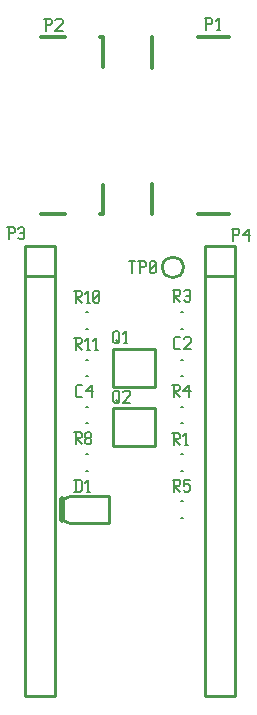
<source format=gbr>
G04 start of page 8 for group -4079 idx -4079 *
G04 Title: (unknown), topsilk *
G04 Creator: pcb 1.99z *
G04 CreationDate: Sat 25 Jun 2011 09:43:41 PM GMT UTC *
G04 For: russ *
G04 Format: Gerber/RS-274X *
G04 PCB-Dimensions: 86614 228346 *
G04 PCB-Coordinate-Origin: lower left *
%MOIN*%
%FSLAX25Y25*%
%LNTOPSILK*%
%ADD62C,0.0070*%
%ADD61C,0.0200*%
%ADD60C,0.0118*%
%ADD59C,0.0118*%
%ADD58C,0.0100*%
%ADD57C,0.0080*%
G54D57*X27169Y128716D02*X27955D01*
X27169Y123206D02*X27955D01*
G54D58*X52602Y143701D02*G75*G03X52602Y143701I3500J0D01*G01*
G54D59*X64567Y220472D02*X74803D01*
X49212D02*Y210235D01*
Y171653D02*Y161417D01*
X64567D02*X74803D01*
G54D60*X12204Y220471D02*X20078D01*
X12204Y161416D02*X20078D01*
X32952Y220471D02*Y210629D01*
X31889Y220471D02*X32952D01*
X31889Y161416D02*X32952D01*
Y171259D02*Y161416D01*
G54D57*X58665Y91710D02*X59451D01*
X58665Y97220D02*X59451D01*
X58665Y123206D02*X59451D01*
X58665Y128716D02*X59451D01*
X58665Y107458D02*X59451D01*
X58665Y112968D02*X59451D01*
G54D58*X36147Y116613D02*X50047D01*
X36147D02*Y103813D01*
X50047D01*
Y116613D02*Y103813D01*
X66811Y150669D02*Y669D01*
X76811D01*
Y150669D01*
X66811D01*
Y140669D02*X76811D01*
Y150669D01*
X36147Y96928D02*X50047D01*
X36147D02*Y84128D01*
X50047D01*
Y96928D02*Y84128D01*
G54D57*X58665Y75962D02*X59451D01*
X58665Y81472D02*X59451D01*
X58665Y65724D02*X59451D01*
X58665Y60214D02*X59451D01*
X27169Y81472D02*X27955D01*
X27169Y75962D02*X27955D01*
G54D61*X19262Y66469D02*Y59469D01*
G54D58*X21762Y58469D01*
X34862D01*
Y67469D02*Y58469D01*
X21762Y67469D02*X34862D01*
X21762D02*X19262Y66469D01*
X6811Y150669D02*Y669D01*
X16811D01*
Y150669D01*
X6811D01*
Y140669D02*X16811D01*
Y150669D01*
G54D57*X27169Y97220D02*X27955D01*
X27169Y91710D02*X27955D01*
X27169Y112968D02*X27955D01*
X27169Y107458D02*X27955D01*
G54D62*X23138Y135828D02*X25138D01*
X25638Y135328D01*
Y134328D01*
X25138Y133828D02*X25638Y134328D01*
X23638Y133828D02*X25138D01*
X23638Y135828D02*Y131828D01*
Y133828D02*X25638Y131828D01*
X27339D02*X28339D01*
X27839Y135828D02*Y131828D01*
X26839Y134828D02*X27839Y135828D01*
X29540Y132328D02*X30040Y131828D01*
X29540Y135328D02*Y132328D01*
Y135328D02*X30040Y135828D01*
X31040D01*
X31540Y135328D01*
Y132328D01*
X31040Y131828D02*X31540Y132328D01*
X30040Y131828D02*X31040D01*
X29540Y132828D02*X31540Y134828D01*
X1367Y157093D02*Y153093D01*
X867Y157093D02*X2867D01*
X3367Y156593D01*
Y155593D01*
X2867Y155093D02*X3367Y155593D01*
X1367Y155093D02*X2867D01*
X4568Y156593D02*X5068Y157093D01*
X6068D01*
X6568Y156593D01*
Y153593D01*
X6068Y153093D02*X6568Y153593D01*
X5068Y153093D02*X6068D01*
X4568Y153593D02*X5068Y153093D01*
Y155093D02*X6568D01*
X76213Y156655D02*Y152655D01*
X75713Y156655D02*X77713D01*
X78213Y156155D01*
Y155155D01*
X77713Y154655D02*X78213Y155155D01*
X76213Y154655D02*X77713D01*
X79414D02*X81414Y156655D01*
X79414Y154655D02*X81914D01*
X81414Y156655D02*Y152655D01*
X41417Y145701D02*X43417D01*
X42417D02*Y141701D01*
X45118Y145701D02*Y141701D01*
X44618Y145701D02*X46618D01*
X47118Y145201D01*
Y144201D01*
X46618Y143701D02*X47118Y144201D01*
X45118Y143701D02*X46618D01*
X48319Y142201D02*X48819Y141701D01*
X48319Y145201D02*Y142201D01*
Y145201D02*X48819Y145701D01*
X49819D01*
X50319Y145201D01*
Y142201D01*
X49819Y141701D02*X50319Y142201D01*
X48819Y141701D02*X49819D01*
X48319Y142701D02*X50319Y144701D01*
X67230Y226716D02*Y222716D01*
X66730Y226716D02*X68730D01*
X69230Y226216D01*
Y225216D01*
X68730Y224716D02*X69230Y225216D01*
X67230Y224716D02*X68730D01*
X70931Y222716D02*X71931D01*
X71431Y226716D02*Y222716D01*
X70431Y225716D02*X71431Y226716D01*
X13690Y226637D02*Y222637D01*
X13190Y226637D02*X15190D01*
X15690Y226137D01*
Y225137D01*
X15190Y224637D02*X15690Y225137D01*
X13690Y224637D02*X15190D01*
X16891Y226137D02*X17391Y226637D01*
X18891D01*
X19391Y226137D01*
Y225137D01*
X16891Y222637D02*X19391Y225137D01*
X16891Y222637D02*X19391D01*
X55837Y104498D02*X57837D01*
X58337Y103998D01*
Y102998D01*
X57837Y102498D02*X58337Y102998D01*
X56337Y102498D02*X57837D01*
X56337Y104498D02*Y100498D01*
Y102498D02*X58337Y100498D01*
X59538Y102498D02*X61538Y104498D01*
X59538Y102498D02*X62038D01*
X61538Y104498D02*Y100498D01*
X56105Y136222D02*X58105D01*
X58605Y135722D01*
Y134722D01*
X58105Y134222D02*X58605Y134722D01*
X56605Y134222D02*X58105D01*
X56605Y136222D02*Y132222D01*
Y134222D02*X58605Y132222D01*
X59806Y135722D02*X60306Y136222D01*
X61306D01*
X61806Y135722D01*
Y132722D01*
X61306Y132222D02*X61806Y132722D01*
X60306Y132222D02*X61306D01*
X59806Y132722D02*X60306Y132222D01*
Y134222D02*X61806D01*
X56968Y116473D02*X58468D01*
X56468Y116973D02*X56968Y116473D01*
X56468Y119973D02*Y116973D01*
Y119973D02*X56968Y120473D01*
X58468D01*
X59669Y119973D02*X60169Y120473D01*
X61669D01*
X62169Y119973D01*
Y118973D01*
X59669Y116473D02*X62169Y118973D01*
X59669Y116473D02*X62169D01*
X36179Y121838D02*Y118838D01*
Y121838D02*X36679Y122338D01*
X37679D01*
X38179Y121838D01*
Y118838D01*
X37679Y118338D02*X38179Y118838D01*
X36679Y118338D02*X37679D01*
X36179Y118838D02*X36679Y118338D01*
X37179Y119338D02*X38179Y118338D01*
X39880D02*X40880D01*
X40380Y122338D02*Y118338D01*
X39380Y121338D02*X40380Y122338D01*
X36179Y102152D02*Y99152D01*
Y102152D02*X36679Y102652D01*
X37679D01*
X38179Y102152D01*
Y99152D01*
X37679Y98652D02*X38179Y99152D01*
X36679Y98652D02*X37679D01*
X36179Y99152D02*X36679Y98652D01*
X37179Y99652D02*X38179Y98652D01*
X39380Y102152D02*X39880Y102652D01*
X41380D01*
X41880Y102152D01*
Y101152D01*
X39380Y98652D02*X41880Y101152D01*
X39380Y98652D02*X41880D01*
X55907Y88347D02*X57907D01*
X58407Y87847D01*
Y86847D01*
X57907Y86347D02*X58407Y86847D01*
X56407Y86347D02*X57907D01*
X56407Y88347D02*Y84347D01*
Y86347D02*X58407Y84347D01*
X60108D02*X61108D01*
X60608Y88347D02*Y84347D01*
X59608Y87347D02*X60608Y88347D01*
X56058Y72837D02*X58058D01*
X58558Y72337D01*
Y71337D01*
X58058Y70837D02*X58558Y71337D01*
X56558Y70837D02*X58058D01*
X56558Y72837D02*Y68837D01*
Y70837D02*X58558Y68837D01*
X59759Y72837D02*X61759D01*
X59759D02*Y70837D01*
X60259Y71337D01*
X61259D01*
X61759Y70837D01*
Y69337D01*
X61259Y68837D02*X61759Y69337D01*
X60259Y68837D02*X61259D01*
X59759Y69337D02*X60259Y68837D01*
X23230Y88741D02*X25230D01*
X25730Y88241D01*
Y87241D01*
X25230Y86741D02*X25730Y87241D01*
X23730Y86741D02*X25230D01*
X23730Y88741D02*Y84741D01*
Y86741D02*X25730Y84741D01*
X26931Y85241D02*X27431Y84741D01*
X26931Y86241D02*Y85241D01*
Y86241D02*X27431Y86741D01*
X28431D01*
X28931Y86241D01*
Y85241D01*
X28431Y84741D02*X28931Y85241D01*
X27431Y84741D02*X28431D01*
X26931Y87241D02*X27431Y86741D01*
X26931Y88241D02*Y87241D01*
Y88241D02*X27431Y88741D01*
X28431D01*
X28931Y88241D01*
Y87241D01*
X28431Y86741D02*X28931Y87241D01*
X23725Y72890D02*Y68890D01*
X25225Y72890D02*X25725Y72390D01*
Y69390D01*
X25225Y68890D02*X25725Y69390D01*
X23225Y68890D02*X25225D01*
X23225Y72890D02*X25225D01*
X27426Y68890D02*X28426D01*
X27926Y72890D02*Y68890D01*
X26926Y71890D02*X27926Y72890D01*
X24291Y100332D02*X25791D01*
X23791Y100832D02*X24291Y100332D01*
X23791Y103832D02*Y100832D01*
Y103832D02*X24291Y104332D01*
X25791D01*
X26992Y102332D02*X28992Y104332D01*
X26992Y102332D02*X29492D01*
X28992Y104332D02*Y100332D01*
X23231Y120238D02*X25231D01*
X25731Y119738D01*
Y118738D01*
X25231Y118238D02*X25731Y118738D01*
X23731Y118238D02*X25231D01*
X23731Y120238D02*Y116238D01*
Y118238D02*X25731Y116238D01*
X27432D02*X28432D01*
X27932Y120238D02*Y116238D01*
X26932Y119238D02*X27932Y120238D01*
X30133Y116238D02*X31133D01*
X30633Y120238D02*Y116238D01*
X29633Y119238D02*X30633Y120238D01*
M02*

</source>
